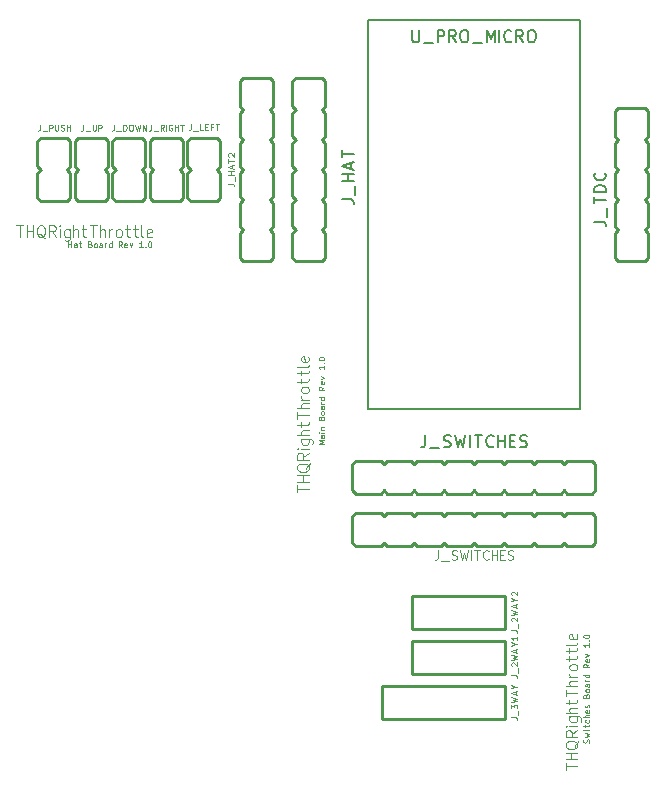
<source format=gbr>
G04 --- HEADER BEGIN --- *
G04 #@! TF.GenerationSoftware,LibrePCB,LibrePCB,0.1.7*
G04 #@! TF.CreationDate,2023-06-03T19:29:22*
G04 #@! TF.ProjectId,THQRightThrottle,1801acc5-9244-403a-a77d-ebbcc31c52c0,v1*
G04 #@! TF.Part,Single*
G04 #@! TF.SameCoordinates*
G04 #@! TF.FileFunction,Legend,Top*
G04 #@! TF.FilePolarity,Positive*
%FSLAX66Y66*%
%MOMM*%
G01*
G75*
G04 --- HEADER END --- *
G04 --- APERTURE LIST BEGIN --- *
%ADD10C,0.25*%
%ADD11C,0.2*%
%ADD12C,0.1*%
%ADD13R,2.39X1.787*%
%ADD14O,2.39X1.787*%
%ADD15O,1.787X2.39*%
%ADD16R,1.787X2.39*%
%ADD17C,2.2*%
G04 --- APERTURE LIST END --- *
G04 --- BOARD BEGIN --- *
D10*
G04 #@! TO.C,J_HAT*
X-12575000Y9380000D02*
X-12575000Y7255000D01*
X-12845000Y6985000D01*
X-12575000Y6715000D01*
X-12575000Y4715000D01*
X-12845000Y4445000D01*
X-12575000Y4175000D01*
X-12575000Y2175000D01*
X-12845000Y1905000D01*
X-12575000Y1635000D01*
X-12575000Y-365000D01*
X-12845000Y-635000D01*
X-12575000Y-905000D01*
X-12575000Y-2905000D01*
X-12845000Y-3175000D01*
X-12575000Y-3445000D01*
X-12575000Y-5570000D01*
X-12845000Y-5840000D01*
X-15095000Y-5840000D01*
X-15365000Y-5570000D01*
X-15365000Y-3445000D01*
X-15095000Y-3175000D01*
X-15365000Y-2905000D01*
X-15365000Y-905000D01*
X-15095000Y-635000D01*
X-15365000Y-365000D01*
X-15365000Y1635000D01*
X-15095000Y1905000D01*
X-15365000Y2175000D01*
X-15365000Y4175000D01*
X-15095000Y4445000D01*
X-15365000Y4715000D01*
X-15365000Y6715000D01*
X-15095000Y6985000D01*
X-15365000Y7255000D01*
X-15365000Y9380000D01*
X-15095000Y9650000D01*
X-12845000Y9650000D01*
X-12575000Y9380000D01*
G04 #@! TO.C,J_2WAY2*
X2665000Y-34165000D02*
X2665000Y-36955000D01*
X-5205000Y-36955000D01*
X-5205000Y-34165000D01*
X2665000Y-34165000D01*
G04 #@! TO.C,J_TDC*
X11940000Y-5570000D02*
X11940000Y-3445000D01*
X12210000Y-3175000D01*
X11940000Y-2905000D01*
X11940000Y-905000D01*
X12210000Y-635000D01*
X11940000Y-365000D01*
X11940000Y1635000D01*
X12210000Y1905000D01*
X11940000Y2175000D01*
X11940000Y4175000D01*
X12210000Y4445000D01*
X11940000Y4715000D01*
X11940000Y6840000D01*
X12210000Y7110000D01*
X14460000Y7110000D01*
X14730000Y6840000D01*
X14730000Y4715000D01*
X14460000Y4445000D01*
X14730000Y4175000D01*
X14730000Y2175000D01*
X14460000Y1905000D01*
X14730000Y1635000D01*
X14730000Y-365000D01*
X14460000Y-635000D01*
X14730000Y-905000D01*
X14730000Y-2905000D01*
X14460000Y-3175000D01*
X14730000Y-3445000D01*
X14730000Y-5570000D01*
X14460000Y-5840000D01*
X12210000Y-5840000D01*
X11940000Y-5570000D01*
G04 #@! TO.C,J_3WAY*
X2665000Y-41785000D02*
X2665000Y-44575000D01*
X-7745000Y-44575000D01*
X-7745000Y-41785000D01*
X2665000Y-41785000D01*
G04 #@! TO.C,J_PUSH*
X-36955000Y-490000D02*
X-36955000Y1635000D01*
X-36685000Y1905000D01*
X-36955000Y2175000D01*
X-36955000Y4300000D01*
X-36685000Y4570000D01*
X-34435000Y4570000D01*
X-34165000Y4300000D01*
X-34165000Y2175000D01*
X-34435000Y1905000D01*
X-34165000Y1635000D01*
X-34165000Y-490000D01*
X-34435000Y-760000D01*
X-36685000Y-760000D01*
X-36955000Y-490000D01*
G04 #@! TO.C,J_DOWN*
X-30605000Y-490000D02*
X-30605000Y1635000D01*
X-30335000Y1905000D01*
X-30605000Y2175000D01*
X-30605000Y4300000D01*
X-30335000Y4570000D01*
X-28085000Y4570000D01*
X-27815000Y4300000D01*
X-27815000Y2175000D01*
X-28085000Y1905000D01*
X-27815000Y1635000D01*
X-27815000Y-490000D01*
X-28085000Y-760000D01*
X-30335000Y-760000D01*
X-30605000Y-490000D01*
G04 #@! TO.C,J_LEFT*
X-24255000Y-490000D02*
X-24255000Y1635000D01*
X-23985000Y1905000D01*
X-24255000Y2175000D01*
X-24255000Y4300000D01*
X-23985000Y4570000D01*
X-21735000Y4570000D01*
X-21465000Y4300000D01*
X-21465000Y2175000D01*
X-21735000Y1905000D01*
X-21465000Y1635000D01*
X-21465000Y-490000D01*
X-21735000Y-760000D01*
X-23985000Y-760000D01*
X-24255000Y-490000D01*
D11*
G04 #@! TO.C,U_PRO_MICRO*
X-8950000Y14595000D02*
X8950000Y14595000D01*
X8950000Y-18405000D01*
X-8950000Y-18405000D01*
X-8950000Y14595000D01*
D10*
G04 #@! TO.C,J_2WAY1*
X2665000Y-37975000D02*
X2665000Y-40765000D01*
X-5205000Y-40765000D01*
X-5205000Y-37975000D01*
X2665000Y-37975000D01*
G04 #@! TO.C,J_RIGHT*
X-27430000Y-490000D02*
X-27430000Y1635000D01*
X-27160000Y1905000D01*
X-27430000Y2175000D01*
X-27430000Y4300000D01*
X-27160000Y4570000D01*
X-24910000Y4570000D01*
X-24640000Y4300000D01*
X-24640000Y2175000D01*
X-24910000Y1905000D01*
X-24640000Y1635000D01*
X-24640000Y-490000D01*
X-24910000Y-760000D01*
X-27160000Y-760000D01*
X-27430000Y-490000D01*
G04 #@! TO.C,J_UP*
X-33780000Y-490000D02*
X-33780000Y1635000D01*
X-33510000Y1905000D01*
X-33780000Y2175000D01*
X-33780000Y4300000D01*
X-33510000Y4570000D01*
X-31260000Y4570000D01*
X-30990000Y4300000D01*
X-30990000Y2175000D01*
X-31260000Y1905000D01*
X-30990000Y1635000D01*
X-30990000Y-490000D01*
X-31260000Y-760000D01*
X-33510000Y-760000D01*
X-33780000Y-490000D01*
G04 #@! TO.C,J_SWITCHES2*
X10015000Y-29970000D02*
X7890000Y-29970000D01*
X7620000Y-29700000D01*
X7350000Y-29970000D01*
X5350000Y-29970000D01*
X5080000Y-29700000D01*
X4810000Y-29970000D01*
X2810000Y-29970000D01*
X2540000Y-29700000D01*
X2270000Y-29970000D01*
X270000Y-29970000D01*
X0Y-29700000D01*
X-270000Y-29970000D01*
X-2270000Y-29970000D01*
X-2540000Y-29700000D01*
X-2810000Y-29970000D01*
X-4810000Y-29970000D01*
X-5080000Y-29700000D01*
X-5350000Y-29970000D01*
X-7350000Y-29970000D01*
X-7620000Y-29700000D01*
X-7890000Y-29970000D01*
X-10015000Y-29970000D01*
X-10285000Y-29700000D01*
X-10285000Y-27450000D01*
X-10015000Y-27180000D01*
X-7890000Y-27180000D01*
X-7620000Y-27450000D01*
X-7350000Y-27180000D01*
X-5350000Y-27180000D01*
X-5080000Y-27450000D01*
X-4810000Y-27180000D01*
X-2810000Y-27180000D01*
X-2540000Y-27450000D01*
X-2270000Y-27180000D01*
X-270000Y-27180000D01*
X0Y-27450000D01*
X270000Y-27180000D01*
X2270000Y-27180000D01*
X2540000Y-27450000D01*
X2810000Y-27180000D01*
X4810000Y-27180000D01*
X5080000Y-27450000D01*
X5350000Y-27180000D01*
X7350000Y-27180000D01*
X7620000Y-27450000D01*
X7890000Y-27180000D01*
X10015000Y-27180000D01*
X10285000Y-27450000D01*
X10285000Y-29700000D01*
X10015000Y-29970000D01*
G04 #@! TO.C,J_SWITCHES*
X10015000Y-25525000D02*
X7890000Y-25525000D01*
X7620000Y-25255000D01*
X7350000Y-25525000D01*
X5350000Y-25525000D01*
X5080000Y-25255000D01*
X4810000Y-25525000D01*
X2810000Y-25525000D01*
X2540000Y-25255000D01*
X2270000Y-25525000D01*
X270000Y-25525000D01*
X0Y-25255000D01*
X-270000Y-25525000D01*
X-2270000Y-25525000D01*
X-2540000Y-25255000D01*
X-2810000Y-25525000D01*
X-4810000Y-25525000D01*
X-5080000Y-25255000D01*
X-5350000Y-25525000D01*
X-7350000Y-25525000D01*
X-7620000Y-25255000D01*
X-7890000Y-25525000D01*
X-10015000Y-25525000D01*
X-10285000Y-25255000D01*
X-10285000Y-23005000D01*
X-10015000Y-22735000D01*
X-7890000Y-22735000D01*
X-7620000Y-23005000D01*
X-7350000Y-22735000D01*
X-5350000Y-22735000D01*
X-5080000Y-23005000D01*
X-4810000Y-22735000D01*
X-2810000Y-22735000D01*
X-2540000Y-23005000D01*
X-2270000Y-22735000D01*
X-270000Y-22735000D01*
X0Y-23005000D01*
X270000Y-22735000D01*
X2270000Y-22735000D01*
X2540000Y-23005000D01*
X2810000Y-22735000D01*
X4810000Y-22735000D01*
X5080000Y-23005000D01*
X5350000Y-22735000D01*
X7350000Y-22735000D01*
X7620000Y-23005000D01*
X7890000Y-22735000D01*
X10015000Y-22735000D01*
X10285000Y-23005000D01*
X10285000Y-25255000D01*
X10015000Y-25525000D01*
G04 #@! TO.C,J_HAT2*
X-17020000Y9380000D02*
X-17020000Y7255000D01*
X-17290000Y6985000D01*
X-17020000Y6715000D01*
X-17020000Y4715000D01*
X-17290000Y4445000D01*
X-17020000Y4175000D01*
X-17020000Y2175000D01*
X-17290000Y1905000D01*
X-17020000Y1635000D01*
X-17020000Y-365000D01*
X-17290000Y-635000D01*
X-17020000Y-905000D01*
X-17020000Y-2905000D01*
X-17290000Y-3175000D01*
X-17020000Y-3445000D01*
X-17020000Y-5570000D01*
X-17290000Y-5840000D01*
X-19540000Y-5840000D01*
X-19810000Y-5570000D01*
X-19810000Y-3445000D01*
X-19540000Y-3175000D01*
X-19810000Y-2905000D01*
X-19810000Y-905000D01*
X-19540000Y-635000D01*
X-19810000Y-365000D01*
X-19810000Y1635000D01*
X-19540000Y1905000D01*
X-19810000Y2175000D01*
X-19810000Y4175000D01*
X-19540000Y4445000D01*
X-19810000Y4715000D01*
X-19810000Y6715000D01*
X-19540000Y6985000D01*
X-19810000Y7255000D01*
X-19810000Y9380000D01*
X-19540000Y9650000D01*
X-17290000Y9650000D01*
X-17020000Y9380000D01*
D11*
G04 #@! TO.C,J_HAT*
X-11160000Y-625000D02*
X-10445556Y-625000D01*
X-10303333Y-672778D01*
X-10207778Y-768333D01*
X-10160000Y-910555D01*
X-10160000Y-1006111D01*
X-10064444Y-225000D02*
X-10064444Y537222D01*
X-10160000Y937222D02*
X-11160000Y937222D01*
X-10683333Y937222D02*
X-10683333Y1508333D01*
X-10160000Y1508333D02*
X-11160000Y1508333D01*
X-10445556Y2003889D02*
X-10445556Y2479444D01*
X-10160000Y1908333D02*
X-11160000Y2241666D01*
X-10160000Y2575000D01*
X-11160000Y2975000D02*
X-11160000Y3546111D01*
X-10160000Y3260556D02*
X-11160000Y3260556D01*
D12*
G04 #@! TO.C,J_2WAY2*
X3175000Y-37112221D02*
X3532222Y-37112221D01*
X3603333Y-37136110D01*
X3651111Y-37183888D01*
X3675000Y-37254999D01*
X3675000Y-37302777D01*
X3722778Y-36912221D02*
X3722778Y-36531110D01*
X3222778Y-36307221D02*
X3198889Y-36283332D01*
X3175000Y-36236110D01*
X3175000Y-36116666D01*
X3198889Y-36069443D01*
X3222778Y-36045554D01*
X3270000Y-36021666D01*
X3317778Y-36021666D01*
X3389444Y-36045554D01*
X3675000Y-36331110D01*
X3675000Y-36021666D01*
X3175000Y-35821666D02*
X3675000Y-35702777D01*
X3317778Y-35607222D01*
X3675000Y-35512222D01*
X3175000Y-35393333D01*
X3532222Y-35145555D02*
X3532222Y-34907777D01*
X3675000Y-35193333D02*
X3175000Y-35026666D01*
X3675000Y-34860000D01*
X3436667Y-34493333D02*
X3675000Y-34493333D01*
X3175000Y-34660000D02*
X3436667Y-34493333D01*
X3175000Y-34326667D01*
X3222778Y-34102778D02*
X3198889Y-34078889D01*
X3175000Y-34031667D01*
X3175000Y-33912223D01*
X3198889Y-33865000D01*
X3222778Y-33841111D01*
X3270000Y-33817223D01*
X3317778Y-33817223D01*
X3389444Y-33841111D01*
X3675000Y-34126667D01*
X3675000Y-33817223D01*
D11*
G04 #@! TO.C,J_TDC*
X10160000Y-2506111D02*
X10874444Y-2506111D01*
X11016667Y-2553889D01*
X11112222Y-2649444D01*
X11160000Y-2791666D01*
X11160000Y-2887222D01*
X11255556Y-2106111D02*
X11255556Y-1343889D01*
X10160000Y-943889D02*
X10160000Y-372778D01*
X11160000Y-658333D02*
X10160000Y-658333D01*
X11160000Y27222D02*
X10160000Y27222D01*
X10160000Y265000D01*
X10207778Y408333D01*
X10303333Y503889D01*
X10397778Y550555D01*
X10588889Y598333D01*
X10731111Y598333D01*
X10922222Y550555D01*
X11016667Y503889D01*
X11112222Y408333D01*
X11160000Y265000D01*
X11160000Y27222D01*
X11064444Y1617222D02*
X11112222Y1569444D01*
X11160000Y1427222D01*
X11160000Y1331666D01*
X11112222Y1188333D01*
X11016667Y1093889D01*
X10922222Y1046111D01*
X10731111Y998333D01*
X10588889Y998333D01*
X10397778Y1046111D01*
X10303333Y1093889D01*
X10207778Y1188333D01*
X10160000Y1331666D01*
X10160000Y1427222D01*
X10207778Y1569444D01*
X10255556Y1617222D01*
D12*
G04 #@! TO.C,J_3WAY*
X3175000Y-44477499D02*
X3532222Y-44477499D01*
X3603333Y-44501388D01*
X3651111Y-44549166D01*
X3675000Y-44620277D01*
X3675000Y-44668055D01*
X3722778Y-44277499D02*
X3722778Y-43896388D01*
X3175000Y-43696388D02*
X3175000Y-43386944D01*
X3365556Y-43553610D01*
X3365556Y-43481944D01*
X3389444Y-43434721D01*
X3413333Y-43410832D01*
X3460556Y-43386944D01*
X3580000Y-43386944D01*
X3627222Y-43410832D01*
X3651111Y-43434721D01*
X3675000Y-43481944D01*
X3675000Y-43624721D01*
X3651111Y-43672499D01*
X3627222Y-43696388D01*
X3175000Y-43186944D02*
X3675000Y-43068055D01*
X3317778Y-42972500D01*
X3675000Y-42877500D01*
X3175000Y-42758611D01*
X3532222Y-42510833D02*
X3532222Y-42273055D01*
X3675000Y-42558611D02*
X3175000Y-42391944D01*
X3675000Y-42225278D01*
X3436667Y-41858611D02*
X3675000Y-41858611D01*
X3175000Y-42025278D02*
X3436667Y-41858611D01*
X3175000Y-41691945D01*
G04 #@! TO.C,J_PUSH*
X-36726389Y5715000D02*
X-36726389Y5357778D01*
X-36750278Y5286667D01*
X-36798056Y5238889D01*
X-36869167Y5215000D01*
X-36916945Y5215000D01*
X-36526389Y5167222D02*
X-36145278Y5167222D01*
X-35945278Y5215000D02*
X-35945278Y5715000D01*
X-35754722Y5715000D01*
X-35706945Y5691111D01*
X-35683611Y5667222D01*
X-35659722Y5620000D01*
X-35659722Y5548333D01*
X-35683611Y5500556D01*
X-35706945Y5476667D01*
X-35754722Y5453333D01*
X-35945278Y5453333D01*
X-35459722Y5715000D02*
X-35459722Y5310000D01*
X-35435833Y5262778D01*
X-35411944Y5238889D01*
X-35364722Y5215000D01*
X-35269166Y5215000D01*
X-35221389Y5238889D01*
X-35198055Y5262778D01*
X-35174166Y5310000D01*
X-35174166Y5715000D01*
X-34974166Y5238889D02*
X-34902499Y5215000D01*
X-34783610Y5215000D01*
X-34735833Y5238889D01*
X-34712499Y5262778D01*
X-34688610Y5310000D01*
X-34688610Y5357778D01*
X-34712499Y5405556D01*
X-34735833Y5429444D01*
X-34783610Y5453333D01*
X-34879166Y5476667D01*
X-34926388Y5500556D01*
X-34950277Y5524444D01*
X-34974166Y5572222D01*
X-34974166Y5620000D01*
X-34950277Y5667222D01*
X-34926388Y5691111D01*
X-34879166Y5715000D01*
X-34759722Y5715000D01*
X-34688610Y5691111D01*
X-34488610Y5215000D02*
X-34488610Y5715000D01*
X-34488610Y5476667D02*
X-34203054Y5476667D01*
X-34203054Y5215000D02*
X-34203054Y5715000D01*
G04 #@! TO.C,J_DOWN*
X-30471666Y5715000D02*
X-30471666Y5357778D01*
X-30495555Y5286667D01*
X-30543333Y5238889D01*
X-30614444Y5215000D01*
X-30662222Y5215000D01*
X-30271666Y5167222D02*
X-29890555Y5167222D01*
X-29690555Y5215000D02*
X-29690555Y5715000D01*
X-29571666Y5715000D01*
X-29499999Y5691111D01*
X-29452222Y5643333D01*
X-29428888Y5596111D01*
X-29404999Y5500556D01*
X-29404999Y5429444D01*
X-29428888Y5333889D01*
X-29452222Y5286667D01*
X-29499999Y5238889D01*
X-29571666Y5215000D01*
X-29690555Y5215000D01*
X-29086110Y5715000D02*
X-28990555Y5715000D01*
X-28943332Y5691111D01*
X-28895555Y5643333D01*
X-28871666Y5548333D01*
X-28871666Y5381667D01*
X-28895555Y5286667D01*
X-28943332Y5238889D01*
X-28990555Y5215000D01*
X-29086110Y5215000D01*
X-29133332Y5238889D01*
X-29181110Y5286667D01*
X-29204999Y5381667D01*
X-29204999Y5548333D01*
X-29181110Y5643333D01*
X-29133332Y5691111D01*
X-29086110Y5715000D01*
X-28671666Y5715000D02*
X-28552777Y5215000D01*
X-28457222Y5572222D01*
X-28362222Y5215000D01*
X-28243333Y5715000D01*
X-28043333Y5215000D02*
X-28043333Y5715000D01*
X-27757777Y5215000D01*
X-27757777Y5715000D01*
G04 #@! TO.C,J_LEFT*
X-23955555Y5730000D02*
X-23955555Y5372778D01*
X-23979444Y5301667D01*
X-24027222Y5253889D01*
X-24098333Y5230000D01*
X-24146111Y5230000D01*
X-23755555Y5182222D02*
X-23374444Y5182222D01*
X-22936111Y5230000D02*
X-23174444Y5230000D01*
X-23174444Y5730000D01*
X-22736111Y5491667D02*
X-22569444Y5491667D01*
X-22497778Y5230000D02*
X-22736111Y5230000D01*
X-22736111Y5730000D01*
X-22497778Y5730000D01*
X-22131111Y5491667D02*
X-22297778Y5491667D01*
X-22297778Y5230000D02*
X-22297778Y5730000D01*
X-22059445Y5730000D01*
X-21859445Y5730000D02*
X-21573889Y5730000D01*
X-21716667Y5230000D02*
X-21716667Y5730000D01*
D11*
G04 #@! TO.C,U_PRO_MICRO*
X-5213889Y13700000D02*
X-5213889Y12890000D01*
X-5166111Y12795556D01*
X-5118333Y12747778D01*
X-5023889Y12700000D01*
X-4832778Y12700000D01*
X-4737222Y12747778D01*
X-4690556Y12795556D01*
X-4642778Y12890000D01*
X-4642778Y13700000D01*
X-4242778Y12604444D02*
X-3480556Y12604444D01*
X-3080556Y12700000D02*
X-3080556Y13700000D01*
X-2699445Y13700000D01*
X-2603889Y13652222D01*
X-2557223Y13604444D01*
X-2509445Y13510000D01*
X-2509445Y13366667D01*
X-2557223Y13271111D01*
X-2603889Y13223333D01*
X-2699445Y13176667D01*
X-3080556Y13176667D01*
X-1538334Y12700000D02*
X-1871667Y13176667D01*
X-2109445Y12700000D02*
X-2109445Y13700000D01*
X-1728334Y13700000D01*
X-1632778Y13652222D01*
X-1586112Y13604444D01*
X-1538334Y13510000D01*
X-1538334Y13366667D01*
X-1586112Y13271111D01*
X-1632778Y13223333D01*
X-1728334Y13176667D01*
X-2109445Y13176667D01*
X-900556Y13700000D02*
X-709445Y13700000D01*
X-615001Y13652222D01*
X-519445Y13556667D01*
X-471667Y13366667D01*
X-471667Y13033333D01*
X-519445Y12843333D01*
X-615001Y12747778D01*
X-709445Y12700000D01*
X-900556Y12700000D01*
X-995001Y12747778D01*
X-1090556Y12843333D01*
X-1138334Y13033333D01*
X-1138334Y13366667D01*
X-1090556Y13556667D01*
X-995001Y13652222D01*
X-900556Y13700000D01*
X-71667Y12604444D02*
X690555Y12604444D01*
X1090555Y12700000D02*
X1090555Y13700000D01*
X1423888Y12985556D01*
X1757222Y13700000D01*
X1757222Y12700000D01*
X2157222Y12700000D02*
X2157222Y13700000D01*
X3176111Y12795556D02*
X3128333Y12747778D01*
X2986111Y12700000D01*
X2890555Y12700000D01*
X2747222Y12747778D01*
X2652778Y12843333D01*
X2605000Y12937778D01*
X2557222Y13128889D01*
X2557222Y13271111D01*
X2605000Y13462222D01*
X2652778Y13556667D01*
X2747222Y13652222D01*
X2890555Y13700000D01*
X2986111Y13700000D01*
X3128333Y13652222D01*
X3176111Y13604444D01*
X4147222Y12700000D02*
X3813889Y13176667D01*
X3576111Y12700000D02*
X3576111Y13700000D01*
X3957222Y13700000D01*
X4052778Y13652222D01*
X4099444Y13604444D01*
X4147222Y13510000D01*
X4147222Y13366667D01*
X4099444Y13271111D01*
X4052778Y13223333D01*
X3957222Y13176667D01*
X3576111Y13176667D01*
X4785000Y13700000D02*
X4976111Y13700000D01*
X5070555Y13652222D01*
X5166111Y13556667D01*
X5213889Y13366667D01*
X5213889Y13033333D01*
X5166111Y12843333D01*
X5070555Y12747778D01*
X4976111Y12700000D01*
X4785000Y12700000D01*
X4690555Y12747778D01*
X4595000Y12843333D01*
X4547222Y13033333D01*
X4547222Y13366667D01*
X4595000Y13556667D01*
X4690555Y13652222D01*
X4785000Y13700000D01*
D12*
G04 #@! TO.C,J_2WAY1*
X3175000Y-40910277D02*
X3532222Y-40910277D01*
X3603333Y-40934166D01*
X3651111Y-40981944D01*
X3675000Y-41053055D01*
X3675000Y-41100833D01*
X3722778Y-40710277D02*
X3722778Y-40329166D01*
X3222778Y-40105277D02*
X3198889Y-40081388D01*
X3175000Y-40034166D01*
X3175000Y-39914722D01*
X3198889Y-39867499D01*
X3222778Y-39843610D01*
X3270000Y-39819722D01*
X3317778Y-39819722D01*
X3389444Y-39843610D01*
X3675000Y-40129166D01*
X3675000Y-39819722D01*
X3175000Y-39619722D02*
X3675000Y-39500833D01*
X3317778Y-39405278D01*
X3675000Y-39310278D01*
X3175000Y-39191389D01*
X3532222Y-38943611D02*
X3532222Y-38705833D01*
X3675000Y-38991389D02*
X3175000Y-38824722D01*
X3675000Y-38658056D01*
X3436667Y-38291389D02*
X3675000Y-38291389D01*
X3175000Y-38458056D02*
X3436667Y-38291389D01*
X3175000Y-38124723D01*
X3675000Y-37639167D02*
X3675000Y-37924723D01*
X3675000Y-37781945D02*
X3175000Y-37781945D01*
X3246667Y-37829723D01*
X3293889Y-37876945D01*
X3317778Y-37924723D01*
G04 #@! TO.C,J_RIGHT*
X-27313333Y5715000D02*
X-27313333Y5357778D01*
X-27337222Y5286667D01*
X-27385000Y5238889D01*
X-27456111Y5215000D01*
X-27503889Y5215000D01*
X-27113333Y5167222D02*
X-26732222Y5167222D01*
X-26246666Y5215000D02*
X-26413333Y5453333D01*
X-26532222Y5215000D02*
X-26532222Y5715000D01*
X-26341666Y5715000D01*
X-26293889Y5691111D01*
X-26270555Y5667222D01*
X-26246666Y5620000D01*
X-26246666Y5548333D01*
X-26270555Y5500556D01*
X-26293889Y5476667D01*
X-26341666Y5453333D01*
X-26532222Y5453333D01*
X-26046666Y5215000D02*
X-26046666Y5715000D01*
X-25561110Y5691111D02*
X-25608333Y5715000D01*
X-25679999Y5715000D01*
X-25751666Y5691111D01*
X-25798888Y5643333D01*
X-25822777Y5596111D01*
X-25846666Y5500556D01*
X-25846666Y5429444D01*
X-25822777Y5333889D01*
X-25798888Y5286667D01*
X-25751666Y5238889D01*
X-25679999Y5215000D01*
X-25632222Y5215000D01*
X-25561110Y5238889D01*
X-25537222Y5262778D01*
X-25537222Y5429444D01*
X-25632222Y5429444D01*
X-25337222Y5215000D02*
X-25337222Y5715000D01*
X-25337222Y5476667D02*
X-25051666Y5476667D01*
X-25051666Y5215000D02*
X-25051666Y5715000D01*
X-24851666Y5715000D02*
X-24566110Y5715000D01*
X-24708888Y5215000D02*
X-24708888Y5715000D01*
G04 #@! TO.C,J_UP*
X-33065833Y5715000D02*
X-33065833Y5357778D01*
X-33089722Y5286667D01*
X-33137500Y5238889D01*
X-33208611Y5215000D01*
X-33256389Y5215000D01*
X-32865833Y5167222D02*
X-32484722Y5167222D01*
X-32284722Y5715000D02*
X-32284722Y5310000D01*
X-32260833Y5262778D01*
X-32236944Y5238889D01*
X-32189722Y5215000D01*
X-32094166Y5215000D01*
X-32046389Y5238889D01*
X-32023055Y5262778D01*
X-31999166Y5310000D01*
X-31999166Y5715000D01*
X-31799166Y5215000D02*
X-31799166Y5715000D01*
X-31608610Y5715000D01*
X-31560833Y5691111D01*
X-31537499Y5667222D01*
X-31513610Y5620000D01*
X-31513610Y5548333D01*
X-31537499Y5500556D01*
X-31560833Y5476667D01*
X-31608610Y5453333D01*
X-31799166Y5453333D01*
G04 #@! TO.C,J_SWITCHES2*
X-3017111Y-30315000D02*
X-3017111Y-30886556D01*
X-3055333Y-31000333D01*
X-3131778Y-31076778D01*
X-3245556Y-31115000D01*
X-3322000Y-31115000D01*
X-2757111Y-31191444D02*
X-2147333Y-31191444D01*
X-1887333Y-31076778D02*
X-1772666Y-31115000D01*
X-1582444Y-31115000D01*
X-1506000Y-31076778D01*
X-1468666Y-31038556D01*
X-1430444Y-30963000D01*
X-1430444Y-30886556D01*
X-1468666Y-30810111D01*
X-1506000Y-30771889D01*
X-1582444Y-30733667D01*
X-1735333Y-30696333D01*
X-1810889Y-30658111D01*
X-1849111Y-30619889D01*
X-1887333Y-30543444D01*
X-1887333Y-30467000D01*
X-1849111Y-30391444D01*
X-1810889Y-30353222D01*
X-1735333Y-30315000D01*
X-1544222Y-30315000D01*
X-1430444Y-30353222D01*
X-1170444Y-30315000D02*
X-980222Y-31115000D01*
X-827333Y-30543444D01*
X-675333Y-31115000D01*
X-485111Y-30315000D01*
X-225111Y-31115000D02*
X-225111Y-30315000D01*
X34889Y-30315000D02*
X491778Y-30315000D01*
X263333Y-31115000D02*
X263333Y-30315000D01*
X1246889Y-31038556D02*
X1208667Y-31076778D01*
X1094889Y-31115000D01*
X1018445Y-31115000D01*
X903778Y-31076778D01*
X828222Y-31000333D01*
X790000Y-30924778D01*
X751778Y-30771889D01*
X751778Y-30658111D01*
X790000Y-30505222D01*
X828222Y-30429667D01*
X903778Y-30353222D01*
X1018445Y-30315000D01*
X1094889Y-30315000D01*
X1208667Y-30353222D01*
X1246889Y-30391444D01*
X1506889Y-31115000D02*
X1506889Y-30315000D01*
X1506889Y-30696333D02*
X1963778Y-30696333D01*
X1963778Y-31115000D02*
X1963778Y-30315000D01*
X2223778Y-30696333D02*
X2490445Y-30696333D01*
X2605111Y-31115000D02*
X2223778Y-31115000D01*
X2223778Y-30315000D01*
X2605111Y-30315000D01*
X2865111Y-31076778D02*
X2979778Y-31115000D01*
X3170000Y-31115000D01*
X3246444Y-31076778D01*
X3283778Y-31038556D01*
X3322000Y-30963000D01*
X3322000Y-30886556D01*
X3283778Y-30810111D01*
X3246444Y-30771889D01*
X3170000Y-30733667D01*
X3017111Y-30696333D01*
X2941555Y-30658111D01*
X2903333Y-30619889D01*
X2865111Y-30543444D01*
X2865111Y-30467000D01*
X2903333Y-30391444D01*
X2941555Y-30353222D01*
X3017111Y-30315000D01*
X3208222Y-30315000D01*
X3322000Y-30353222D01*
D11*
G04 #@! TO.C,J_SWITCHES*
X-4108889Y-20590000D02*
X-4108889Y-21304444D01*
X-4156667Y-21446667D01*
X-4252222Y-21542222D01*
X-4394444Y-21590000D01*
X-4490000Y-21590000D01*
X-3708889Y-21685556D02*
X-2946667Y-21685556D01*
X-2546667Y-21542222D02*
X-2403334Y-21590000D01*
X-2165556Y-21590000D01*
X-2070000Y-21542222D01*
X-2023334Y-21494444D01*
X-1975556Y-21400000D01*
X-1975556Y-21304444D01*
X-2023334Y-21208889D01*
X-2070000Y-21161111D01*
X-2165556Y-21113333D01*
X-2356667Y-21066667D01*
X-2451111Y-21018889D01*
X-2498889Y-20971111D01*
X-2546667Y-20875556D01*
X-2546667Y-20780000D01*
X-2498889Y-20685556D01*
X-2451111Y-20637778D01*
X-2356667Y-20590000D01*
X-2117778Y-20590000D01*
X-1975556Y-20637778D01*
X-1575556Y-20590000D02*
X-1337778Y-21590000D01*
X-1146667Y-20875556D01*
X-956667Y-21590000D01*
X-718889Y-20590000D01*
X-318889Y-21590000D02*
X-318889Y-20590000D01*
X81111Y-20590000D02*
X652222Y-20590000D01*
X366667Y-21590000D02*
X366667Y-20590000D01*
X1671111Y-21494444D02*
X1623333Y-21542222D01*
X1481111Y-21590000D01*
X1385555Y-21590000D01*
X1242222Y-21542222D01*
X1147778Y-21446667D01*
X1100000Y-21352222D01*
X1052222Y-21161111D01*
X1052222Y-21018889D01*
X1100000Y-20827778D01*
X1147778Y-20733333D01*
X1242222Y-20637778D01*
X1385555Y-20590000D01*
X1481111Y-20590000D01*
X1623333Y-20637778D01*
X1671111Y-20685556D01*
X2071111Y-21590000D02*
X2071111Y-20590000D01*
X2071111Y-21066667D02*
X2642222Y-21066667D01*
X2642222Y-21590000D02*
X2642222Y-20590000D01*
X3042222Y-21066667D02*
X3375555Y-21066667D01*
X3518889Y-21590000D02*
X3042222Y-21590000D01*
X3042222Y-20590000D01*
X3518889Y-20590000D01*
X3918889Y-21542222D02*
X4062222Y-21590000D01*
X4300000Y-21590000D01*
X4395556Y-21542222D01*
X4442222Y-21494444D01*
X4490000Y-21400000D01*
X4490000Y-21304444D01*
X4442222Y-21208889D01*
X4395556Y-21161111D01*
X4300000Y-21113333D01*
X4108889Y-21066667D01*
X4014445Y-21018889D01*
X3966667Y-20971111D01*
X3918889Y-20875556D01*
X3918889Y-20780000D01*
X3966667Y-20685556D01*
X4014445Y-20637778D01*
X4108889Y-20590000D01*
X4347778Y-20590000D01*
X4490000Y-20637778D01*
D12*
G04 #@! TO.C,J_HAT2*
X-20820000Y702778D02*
X-20462778Y702778D01*
X-20391667Y678889D01*
X-20343889Y631111D01*
X-20320000Y560000D01*
X-20320000Y512222D01*
X-20272222Y902778D02*
X-20272222Y1283889D01*
X-20320000Y1483889D02*
X-20820000Y1483889D01*
X-20581667Y1483889D02*
X-20581667Y1769445D01*
X-20320000Y1769445D02*
X-20820000Y1769445D01*
X-20462778Y2017223D02*
X-20462778Y2255001D01*
X-20320000Y1969445D02*
X-20820000Y2136112D01*
X-20320000Y2302778D01*
X-20820000Y2502778D02*
X-20820000Y2788334D01*
X-20320000Y2645556D02*
X-20820000Y2645556D01*
X-20772222Y3012223D02*
X-20796111Y3036112D01*
X-20820000Y3083334D01*
X-20820000Y3202778D01*
X-20796111Y3250001D01*
X-20772222Y3273890D01*
X-20725000Y3297778D01*
X-20677222Y3297778D01*
X-20605556Y3273890D01*
X-20320000Y2988334D01*
X-20320000Y3297778D01*
G04 #@! TD*
X7755000Y-48895000D02*
X7755000Y-48323889D01*
X8755000Y-48609444D02*
X7755000Y-48609444D01*
X8755000Y-48023889D02*
X7755000Y-48023889D01*
X8231667Y-48023889D02*
X8231667Y-47452778D01*
X8755000Y-47452778D02*
X7755000Y-47452778D01*
X8850556Y-46438334D02*
X8802778Y-46533889D01*
X8707222Y-46629445D01*
X8565000Y-46771667D01*
X8517222Y-46867222D01*
X8517222Y-46962778D01*
X8755000Y-46915000D02*
X8707222Y-47009445D01*
X8611667Y-47105000D01*
X8421667Y-47152778D01*
X8088333Y-47152778D01*
X7898333Y-47105000D01*
X7802778Y-47009445D01*
X7755000Y-46915000D01*
X7755000Y-46723889D01*
X7802778Y-46629445D01*
X7898333Y-46533889D01*
X8088333Y-46486111D01*
X8421667Y-46486111D01*
X8611667Y-46533889D01*
X8707222Y-46629445D01*
X8755000Y-46723889D01*
X8755000Y-46915000D01*
X8755000Y-45567223D02*
X8278333Y-45900556D01*
X8755000Y-46138334D02*
X7755000Y-46138334D01*
X7755000Y-45757223D01*
X7802778Y-45661667D01*
X7850556Y-45615001D01*
X7945000Y-45567223D01*
X8088333Y-45567223D01*
X8183889Y-45615001D01*
X8231667Y-45661667D01*
X8278333Y-45757223D01*
X8278333Y-46138334D01*
X8755000Y-45219445D02*
X8088333Y-45219445D01*
X7755000Y-45219445D02*
X7802778Y-45267223D01*
X7850556Y-45219445D01*
X7802778Y-45171667D01*
X7755000Y-45219445D01*
X7850556Y-45219445D01*
X8088333Y-44395000D02*
X8898333Y-44395000D01*
X8992778Y-44442778D01*
X9040556Y-44490556D01*
X9088333Y-44586111D01*
X9088333Y-44728334D01*
X9040556Y-44823889D01*
X8707222Y-44395000D02*
X8755000Y-44490556D01*
X8755000Y-44681667D01*
X8707222Y-44776111D01*
X8659444Y-44823889D01*
X8565000Y-44871667D01*
X8278333Y-44871667D01*
X8183889Y-44823889D01*
X8136111Y-44776111D01*
X8088333Y-44681667D01*
X8088333Y-44490556D01*
X8136111Y-44395000D01*
X8755000Y-44095000D02*
X7755000Y-44095000D01*
X8755000Y-43666111D02*
X8231667Y-43666111D01*
X8136111Y-43713889D01*
X8088333Y-43809444D01*
X8088333Y-43951667D01*
X8136111Y-44047222D01*
X8183889Y-44095000D01*
X8088333Y-43366111D02*
X8088333Y-42985000D01*
X7755000Y-43222778D02*
X8611667Y-43222778D01*
X8707222Y-43176111D01*
X8755000Y-43080555D01*
X8755000Y-42985000D01*
X7755000Y-42685000D02*
X7755000Y-42113889D01*
X8755000Y-42399444D02*
X7755000Y-42399444D01*
X8755000Y-41813889D02*
X7755000Y-41813889D01*
X8755000Y-41385000D02*
X8231667Y-41385000D01*
X8136111Y-41432778D01*
X8088333Y-41528333D01*
X8088333Y-41670556D01*
X8136111Y-41766111D01*
X8183889Y-41813889D01*
X8755000Y-41085000D02*
X8088333Y-41085000D01*
X8278333Y-41085000D02*
X8183889Y-41037222D01*
X8136111Y-40989444D01*
X8088333Y-40895000D01*
X8088333Y-40799444D01*
X8755000Y-40309444D02*
X8707222Y-40403888D01*
X8659444Y-40451666D01*
X8565000Y-40499444D01*
X8278333Y-40499444D01*
X8183889Y-40451666D01*
X8136111Y-40403888D01*
X8088333Y-40309444D01*
X8088333Y-40166111D01*
X8136111Y-40070555D01*
X8183889Y-40022777D01*
X8278333Y-39976111D01*
X8565000Y-39976111D01*
X8659444Y-40022777D01*
X8707222Y-40070555D01*
X8755000Y-40166111D01*
X8755000Y-40309444D01*
X8088333Y-39676111D02*
X8088333Y-39295000D01*
X7755000Y-39532778D02*
X8611667Y-39532778D01*
X8707222Y-39486111D01*
X8755000Y-39390555D01*
X8755000Y-39295000D01*
X8088333Y-38995000D02*
X8088333Y-38613889D01*
X7755000Y-38851667D02*
X8611667Y-38851667D01*
X8707222Y-38805000D01*
X8755000Y-38709444D01*
X8755000Y-38613889D01*
X8755000Y-38170556D02*
X8707222Y-38266111D01*
X8611667Y-38313889D01*
X7755000Y-38313889D01*
X8707222Y-37441667D02*
X8755000Y-37537223D01*
X8755000Y-37727223D01*
X8707222Y-37822778D01*
X8611667Y-37870556D01*
X8231667Y-37870556D01*
X8136111Y-37822778D01*
X8088333Y-37727223D01*
X8088333Y-37537223D01*
X8136111Y-37441667D01*
X8231667Y-37393889D01*
X8326111Y-37393889D01*
X8421667Y-37870556D01*
X-12655000Y-21351664D02*
X-13155000Y-21351664D01*
X-12797778Y-21184997D01*
X-13155000Y-21018331D01*
X-12655000Y-21018331D01*
X-12655000Y-20579998D02*
X-12916667Y-20579998D01*
X-12964444Y-20603887D01*
X-12988333Y-20651664D01*
X-12988333Y-20746664D01*
X-12964444Y-20794442D01*
X-12678889Y-20579998D02*
X-12655000Y-20627775D01*
X-12655000Y-20746664D01*
X-12678889Y-20794442D01*
X-12726667Y-20818331D01*
X-12773889Y-20818331D01*
X-12821667Y-20794442D01*
X-12845556Y-20746664D01*
X-12845556Y-20627775D01*
X-12869444Y-20579998D01*
X-12655000Y-20356109D02*
X-12988333Y-20356109D01*
X-13155000Y-20356109D02*
X-13131111Y-20379998D01*
X-13107222Y-20356109D01*
X-13131111Y-20332220D01*
X-13155000Y-20356109D01*
X-13107222Y-20356109D01*
X-12988333Y-20132220D02*
X-12655000Y-20132220D01*
X-12940556Y-20132220D02*
X-12964444Y-20108331D01*
X-12988333Y-20060553D01*
X-12988333Y-19989442D01*
X-12964444Y-19941664D01*
X-12916667Y-19917776D01*
X-12655000Y-19917776D01*
X-12916667Y-19151110D02*
X-12893333Y-19079444D01*
X-12869444Y-19056110D01*
X-12821667Y-19032221D01*
X-12750000Y-19032221D01*
X-12702778Y-19056110D01*
X-12678889Y-19079444D01*
X-12655000Y-19127221D01*
X-12655000Y-19317777D01*
X-13155000Y-19317777D01*
X-13155000Y-19151110D01*
X-13131111Y-19103333D01*
X-13107222Y-19079444D01*
X-13060000Y-19056110D01*
X-13012222Y-19056110D01*
X-12964444Y-19079444D01*
X-12940556Y-19103333D01*
X-12916667Y-19151110D01*
X-12916667Y-19317777D01*
X-12655000Y-18737221D02*
X-12678889Y-18784443D01*
X-12702778Y-18808332D01*
X-12750000Y-18832221D01*
X-12893333Y-18832221D01*
X-12940556Y-18808332D01*
X-12964444Y-18784443D01*
X-12988333Y-18737221D01*
X-12988333Y-18665554D01*
X-12964444Y-18617777D01*
X-12940556Y-18593888D01*
X-12893333Y-18570554D01*
X-12750000Y-18570554D01*
X-12702778Y-18593888D01*
X-12678889Y-18617777D01*
X-12655000Y-18665554D01*
X-12655000Y-18737221D01*
X-12655000Y-18132221D02*
X-12916667Y-18132221D01*
X-12964444Y-18156110D01*
X-12988333Y-18203887D01*
X-12988333Y-18298887D01*
X-12964444Y-18346665D01*
X-12678889Y-18132221D02*
X-12655000Y-18179998D01*
X-12655000Y-18298887D01*
X-12678889Y-18346665D01*
X-12726667Y-18370554D01*
X-12773889Y-18370554D01*
X-12821667Y-18346665D01*
X-12845556Y-18298887D01*
X-12845556Y-18179998D01*
X-12869444Y-18132221D01*
X-12655000Y-17932221D02*
X-12988333Y-17932221D01*
X-12893333Y-17932221D02*
X-12940556Y-17908332D01*
X-12964444Y-17884443D01*
X-12988333Y-17837221D01*
X-12988333Y-17789443D01*
X-12655000Y-17351110D02*
X-13155000Y-17351110D01*
X-12678889Y-17351110D02*
X-12655000Y-17398887D01*
X-12655000Y-17494443D01*
X-12678889Y-17541665D01*
X-12702778Y-17565554D01*
X-12750000Y-17589443D01*
X-12893333Y-17589443D01*
X-12940556Y-17565554D01*
X-12964444Y-17541665D01*
X-12988333Y-17494443D01*
X-12988333Y-17398887D01*
X-12964444Y-17351110D01*
X-12655000Y-16465555D02*
X-12893333Y-16632222D01*
X-12655000Y-16751111D02*
X-13155000Y-16751111D01*
X-13155000Y-16560555D01*
X-13131111Y-16512778D01*
X-13107222Y-16489444D01*
X-13060000Y-16465555D01*
X-12988333Y-16465555D01*
X-12940556Y-16489444D01*
X-12916667Y-16512778D01*
X-12893333Y-16560555D01*
X-12893333Y-16751111D01*
X-12678889Y-16051111D02*
X-12655000Y-16098888D01*
X-12655000Y-16193888D01*
X-12678889Y-16241666D01*
X-12726667Y-16265555D01*
X-12916667Y-16265555D01*
X-12964444Y-16241666D01*
X-12988333Y-16193888D01*
X-12988333Y-16098888D01*
X-12964444Y-16051111D01*
X-12916667Y-16027222D01*
X-12869444Y-16027222D01*
X-12821667Y-16265555D01*
X-12988333Y-15827222D02*
X-12655000Y-15708333D01*
X-12988333Y-15588889D01*
X-12655000Y-14703334D02*
X-12655000Y-14988890D01*
X-12655000Y-14846112D02*
X-13155000Y-14846112D01*
X-13083333Y-14893890D01*
X-13036111Y-14941112D01*
X-13012222Y-14988890D01*
X-12702778Y-14479445D02*
X-12678889Y-14455556D01*
X-12655000Y-14479445D01*
X-12678889Y-14503334D01*
X-12702778Y-14479445D01*
X-12655000Y-14479445D01*
X-13155000Y-14136667D02*
X-13155000Y-14088889D01*
X-13131111Y-14041112D01*
X-13107222Y-14017223D01*
X-13060000Y-13993889D01*
X-12964444Y-13970000D01*
X-12845556Y-13970000D01*
X-12750000Y-13993889D01*
X-12702778Y-14017223D01*
X-12678889Y-14041112D01*
X-12655000Y-14088889D01*
X-12655000Y-14136667D01*
X-12678889Y-14183889D01*
X-12702778Y-14207778D01*
X-12750000Y-14231667D01*
X-12845556Y-14255556D01*
X-12964444Y-14255556D01*
X-13060000Y-14231667D01*
X-13107222Y-14207778D01*
X-13131111Y-14183889D01*
X-13155000Y-14136667D01*
X-34367221Y-4680000D02*
X-34367221Y-4180000D01*
X-34367221Y-4418333D02*
X-34081665Y-4418333D01*
X-34081665Y-4680000D02*
X-34081665Y-4180000D01*
X-33643332Y-4680000D02*
X-33643332Y-4418333D01*
X-33667221Y-4370556D01*
X-33714998Y-4346667D01*
X-33809998Y-4346667D01*
X-33857776Y-4370556D01*
X-33643332Y-4656111D02*
X-33691109Y-4680000D01*
X-33809998Y-4680000D01*
X-33857776Y-4656111D01*
X-33881665Y-4608333D01*
X-33881665Y-4561111D01*
X-33857776Y-4513333D01*
X-33809998Y-4489444D01*
X-33691109Y-4489444D01*
X-33643332Y-4465556D01*
X-33443332Y-4346667D02*
X-33252776Y-4346667D01*
X-33371665Y-4180000D02*
X-33371665Y-4608333D01*
X-33348332Y-4656111D01*
X-33300554Y-4680000D01*
X-33252776Y-4680000D01*
X-32486110Y-4418333D02*
X-32414444Y-4441667D01*
X-32391110Y-4465556D01*
X-32367221Y-4513333D01*
X-32367221Y-4585000D01*
X-32391110Y-4632222D01*
X-32414444Y-4656111D01*
X-32462221Y-4680000D01*
X-32652777Y-4680000D01*
X-32652777Y-4180000D01*
X-32486110Y-4180000D01*
X-32438333Y-4203889D01*
X-32414444Y-4227778D01*
X-32391110Y-4275000D01*
X-32391110Y-4322778D01*
X-32414444Y-4370556D01*
X-32438333Y-4394444D01*
X-32486110Y-4418333D01*
X-32652777Y-4418333D01*
X-32072221Y-4680000D02*
X-32119443Y-4656111D01*
X-32143332Y-4632222D01*
X-32167221Y-4585000D01*
X-32167221Y-4441667D01*
X-32143332Y-4394444D01*
X-32119443Y-4370556D01*
X-32072221Y-4346667D01*
X-32000554Y-4346667D01*
X-31952777Y-4370556D01*
X-31928888Y-4394444D01*
X-31905554Y-4441667D01*
X-31905554Y-4585000D01*
X-31928888Y-4632222D01*
X-31952777Y-4656111D01*
X-32000554Y-4680000D01*
X-32072221Y-4680000D01*
X-31467221Y-4680000D02*
X-31467221Y-4418333D01*
X-31491110Y-4370556D01*
X-31538887Y-4346667D01*
X-31633887Y-4346667D01*
X-31681665Y-4370556D01*
X-31467221Y-4656111D02*
X-31514998Y-4680000D01*
X-31633887Y-4680000D01*
X-31681665Y-4656111D01*
X-31705554Y-4608333D01*
X-31705554Y-4561111D01*
X-31681665Y-4513333D01*
X-31633887Y-4489444D01*
X-31514998Y-4489444D01*
X-31467221Y-4465556D01*
X-31267221Y-4680000D02*
X-31267221Y-4346667D01*
X-31267221Y-4441667D02*
X-31243332Y-4394444D01*
X-31219443Y-4370556D01*
X-31172221Y-4346667D01*
X-31124443Y-4346667D01*
X-30686110Y-4680000D02*
X-30686110Y-4180000D01*
X-30686110Y-4656111D02*
X-30733887Y-4680000D01*
X-30829443Y-4680000D01*
X-30876665Y-4656111D01*
X-30900554Y-4632222D01*
X-30924443Y-4585000D01*
X-30924443Y-4441667D01*
X-30900554Y-4394444D01*
X-30876665Y-4370556D01*
X-30829443Y-4346667D01*
X-30733887Y-4346667D01*
X-30686110Y-4370556D01*
X-29800555Y-4680000D02*
X-29967222Y-4441667D01*
X-30086111Y-4680000D02*
X-30086111Y-4180000D01*
X-29895555Y-4180000D01*
X-29847778Y-4203889D01*
X-29824444Y-4227778D01*
X-29800555Y-4275000D01*
X-29800555Y-4346667D01*
X-29824444Y-4394444D01*
X-29847778Y-4418333D01*
X-29895555Y-4441667D01*
X-30086111Y-4441667D01*
X-29386111Y-4656111D02*
X-29433888Y-4680000D01*
X-29528888Y-4680000D01*
X-29576666Y-4656111D01*
X-29600555Y-4608333D01*
X-29600555Y-4418333D01*
X-29576666Y-4370556D01*
X-29528888Y-4346667D01*
X-29433888Y-4346667D01*
X-29386111Y-4370556D01*
X-29362222Y-4418333D01*
X-29362222Y-4465556D01*
X-29600555Y-4513333D01*
X-29162222Y-4346667D02*
X-29043333Y-4680000D01*
X-28923889Y-4346667D01*
X-28038334Y-4680000D02*
X-28323890Y-4680000D01*
X-28181112Y-4680000D02*
X-28181112Y-4180000D01*
X-28228890Y-4251667D01*
X-28276112Y-4298889D01*
X-28323890Y-4322778D01*
X-27814445Y-4632222D02*
X-27790556Y-4656111D01*
X-27814445Y-4680000D01*
X-27838334Y-4656111D01*
X-27814445Y-4632222D01*
X-27814445Y-4680000D01*
X-27471667Y-4180000D02*
X-27423889Y-4180000D01*
X-27376112Y-4203889D01*
X-27352223Y-4227778D01*
X-27328889Y-4275000D01*
X-27305000Y-4370556D01*
X-27305000Y-4489444D01*
X-27328889Y-4585000D01*
X-27352223Y-4632222D01*
X-27376112Y-4656111D01*
X-27423889Y-4680000D01*
X-27471667Y-4680000D01*
X-27518889Y-4656111D01*
X-27542778Y-4632222D01*
X-27566667Y-4585000D01*
X-27590556Y-4489444D01*
X-27590556Y-4370556D01*
X-27566667Y-4275000D01*
X-27542778Y-4227778D01*
X-27518889Y-4203889D01*
X-27471667Y-4180000D01*
X9751111Y-46623331D02*
X9775000Y-46551664D01*
X9775000Y-46432775D01*
X9751111Y-46384998D01*
X9727222Y-46361664D01*
X9680000Y-46337775D01*
X9632222Y-46337775D01*
X9584444Y-46361664D01*
X9560556Y-46384998D01*
X9536667Y-46432775D01*
X9513333Y-46528331D01*
X9489444Y-46575553D01*
X9465556Y-46599442D01*
X9417778Y-46623331D01*
X9370000Y-46623331D01*
X9322778Y-46599442D01*
X9298889Y-46575553D01*
X9275000Y-46528331D01*
X9275000Y-46408887D01*
X9298889Y-46337775D01*
X9441667Y-46137775D02*
X9775000Y-46042775D01*
X9536667Y-45947219D01*
X9775000Y-45852219D01*
X9441667Y-45756664D01*
X9775000Y-45532775D02*
X9441667Y-45532775D01*
X9275000Y-45532775D02*
X9298889Y-45556664D01*
X9322778Y-45532775D01*
X9298889Y-45508886D01*
X9275000Y-45532775D01*
X9322778Y-45532775D01*
X9441667Y-45308886D02*
X9441667Y-45118330D01*
X9275000Y-45237219D02*
X9703333Y-45237219D01*
X9751111Y-45213886D01*
X9775000Y-45166108D01*
X9775000Y-45118330D01*
X9751111Y-44679997D02*
X9775000Y-44727774D01*
X9775000Y-44823330D01*
X9751111Y-44870552D01*
X9727222Y-44894441D01*
X9680000Y-44918330D01*
X9536667Y-44918330D01*
X9489444Y-44894441D01*
X9465556Y-44870552D01*
X9441667Y-44823330D01*
X9441667Y-44727774D01*
X9465556Y-44679997D01*
X9775000Y-44479997D02*
X9275000Y-44479997D01*
X9775000Y-44265553D02*
X9513333Y-44265553D01*
X9465556Y-44289441D01*
X9441667Y-44337219D01*
X9441667Y-44408330D01*
X9465556Y-44456108D01*
X9489444Y-44479997D01*
X9751111Y-43851109D02*
X9775000Y-43898886D01*
X9775000Y-43993886D01*
X9751111Y-44041664D01*
X9703333Y-44065553D01*
X9513333Y-44065553D01*
X9465556Y-44041664D01*
X9441667Y-43993886D01*
X9441667Y-43898886D01*
X9465556Y-43851109D01*
X9513333Y-43827220D01*
X9560556Y-43827220D01*
X9608333Y-44065553D01*
X9751111Y-43627220D02*
X9775000Y-43579442D01*
X9775000Y-43484442D01*
X9751111Y-43436664D01*
X9703333Y-43412776D01*
X9680000Y-43412776D01*
X9632222Y-43436664D01*
X9608333Y-43484442D01*
X9608333Y-43555553D01*
X9584444Y-43603331D01*
X9536667Y-43627220D01*
X9513333Y-43627220D01*
X9465556Y-43603331D01*
X9441667Y-43555553D01*
X9441667Y-43484442D01*
X9465556Y-43436664D01*
X9513333Y-42646110D02*
X9536667Y-42574444D01*
X9560556Y-42551110D01*
X9608333Y-42527221D01*
X9680000Y-42527221D01*
X9727222Y-42551110D01*
X9751111Y-42574444D01*
X9775000Y-42622221D01*
X9775000Y-42812777D01*
X9275000Y-42812777D01*
X9275000Y-42646110D01*
X9298889Y-42598333D01*
X9322778Y-42574444D01*
X9370000Y-42551110D01*
X9417778Y-42551110D01*
X9465556Y-42574444D01*
X9489444Y-42598333D01*
X9513333Y-42646110D01*
X9513333Y-42812777D01*
X9775000Y-42232221D02*
X9751111Y-42279443D01*
X9727222Y-42303332D01*
X9680000Y-42327221D01*
X9536667Y-42327221D01*
X9489444Y-42303332D01*
X9465556Y-42279443D01*
X9441667Y-42232221D01*
X9441667Y-42160554D01*
X9465556Y-42112777D01*
X9489444Y-42088888D01*
X9536667Y-42065554D01*
X9680000Y-42065554D01*
X9727222Y-42088888D01*
X9751111Y-42112777D01*
X9775000Y-42160554D01*
X9775000Y-42232221D01*
X9775000Y-41627221D02*
X9513333Y-41627221D01*
X9465556Y-41651110D01*
X9441667Y-41698887D01*
X9441667Y-41793887D01*
X9465556Y-41841665D01*
X9751111Y-41627221D02*
X9775000Y-41674998D01*
X9775000Y-41793887D01*
X9751111Y-41841665D01*
X9703333Y-41865554D01*
X9656111Y-41865554D01*
X9608333Y-41841665D01*
X9584444Y-41793887D01*
X9584444Y-41674998D01*
X9560556Y-41627221D01*
X9775000Y-41427221D02*
X9441667Y-41427221D01*
X9536667Y-41427221D02*
X9489444Y-41403332D01*
X9465556Y-41379443D01*
X9441667Y-41332221D01*
X9441667Y-41284443D01*
X9775000Y-40846110D02*
X9275000Y-40846110D01*
X9751111Y-40846110D02*
X9775000Y-40893887D01*
X9775000Y-40989443D01*
X9751111Y-41036665D01*
X9727222Y-41060554D01*
X9680000Y-41084443D01*
X9536667Y-41084443D01*
X9489444Y-41060554D01*
X9465556Y-41036665D01*
X9441667Y-40989443D01*
X9441667Y-40893887D01*
X9465556Y-40846110D01*
X9775000Y-39960555D02*
X9536667Y-40127222D01*
X9775000Y-40246111D02*
X9275000Y-40246111D01*
X9275000Y-40055555D01*
X9298889Y-40007778D01*
X9322778Y-39984444D01*
X9370000Y-39960555D01*
X9441667Y-39960555D01*
X9489444Y-39984444D01*
X9513333Y-40007778D01*
X9536667Y-40055555D01*
X9536667Y-40246111D01*
X9751111Y-39546111D02*
X9775000Y-39593888D01*
X9775000Y-39688888D01*
X9751111Y-39736666D01*
X9703333Y-39760555D01*
X9513333Y-39760555D01*
X9465556Y-39736666D01*
X9441667Y-39688888D01*
X9441667Y-39593888D01*
X9465556Y-39546111D01*
X9513333Y-39522222D01*
X9560556Y-39522222D01*
X9608333Y-39760555D01*
X9441667Y-39322222D02*
X9775000Y-39203333D01*
X9441667Y-39083889D01*
X9775000Y-38198334D02*
X9775000Y-38483890D01*
X9775000Y-38341112D02*
X9275000Y-38341112D01*
X9346667Y-38388890D01*
X9393889Y-38436112D01*
X9417778Y-38483890D01*
X9727222Y-37974445D02*
X9751111Y-37950556D01*
X9775000Y-37974445D01*
X9751111Y-37998334D01*
X9727222Y-37974445D01*
X9775000Y-37974445D01*
X9275000Y-37631667D02*
X9275000Y-37583889D01*
X9298889Y-37536112D01*
X9322778Y-37512223D01*
X9370000Y-37488889D01*
X9465556Y-37465000D01*
X9584444Y-37465000D01*
X9680000Y-37488889D01*
X9727222Y-37512223D01*
X9751111Y-37536112D01*
X9775000Y-37583889D01*
X9775000Y-37631667D01*
X9751111Y-37678889D01*
X9727222Y-37702778D01*
X9680000Y-37726667D01*
X9584444Y-37750556D01*
X9465556Y-37750556D01*
X9370000Y-37726667D01*
X9322778Y-37702778D01*
X9298889Y-37678889D01*
X9275000Y-37631667D01*
X-14970000Y-25400000D02*
X-14970000Y-24828889D01*
X-13970000Y-25114444D02*
X-14970000Y-25114444D01*
X-13970000Y-24528889D02*
X-14970000Y-24528889D01*
X-14493333Y-24528889D02*
X-14493333Y-23957778D01*
X-13970000Y-23957778D02*
X-14970000Y-23957778D01*
X-13874444Y-22943334D02*
X-13922222Y-23038889D01*
X-14017778Y-23134445D01*
X-14160000Y-23276667D01*
X-14207778Y-23372222D01*
X-14207778Y-23467778D01*
X-13970000Y-23420000D02*
X-14017778Y-23514445D01*
X-14113333Y-23610000D01*
X-14303333Y-23657778D01*
X-14636667Y-23657778D01*
X-14826667Y-23610000D01*
X-14922222Y-23514445D01*
X-14970000Y-23420000D01*
X-14970000Y-23228889D01*
X-14922222Y-23134445D01*
X-14826667Y-23038889D01*
X-14636667Y-22991111D01*
X-14303333Y-22991111D01*
X-14113333Y-23038889D01*
X-14017778Y-23134445D01*
X-13970000Y-23228889D01*
X-13970000Y-23420000D01*
X-13970000Y-22072223D02*
X-14446667Y-22405556D01*
X-13970000Y-22643334D02*
X-14970000Y-22643334D01*
X-14970000Y-22262223D01*
X-14922222Y-22166667D01*
X-14874444Y-22120001D01*
X-14780000Y-22072223D01*
X-14636667Y-22072223D01*
X-14541111Y-22120001D01*
X-14493333Y-22166667D01*
X-14446667Y-22262223D01*
X-14446667Y-22643334D01*
X-13970000Y-21724445D02*
X-14636667Y-21724445D01*
X-14970000Y-21724445D02*
X-14922222Y-21772223D01*
X-14874444Y-21724445D01*
X-14922222Y-21676667D01*
X-14970000Y-21724445D01*
X-14874444Y-21724445D01*
X-14636667Y-20900000D02*
X-13826667Y-20900000D01*
X-13732222Y-20947778D01*
X-13684444Y-20995556D01*
X-13636667Y-21091111D01*
X-13636667Y-21233334D01*
X-13684444Y-21328889D01*
X-14017778Y-20900000D02*
X-13970000Y-20995556D01*
X-13970000Y-21186667D01*
X-14017778Y-21281111D01*
X-14065556Y-21328889D01*
X-14160000Y-21376667D01*
X-14446667Y-21376667D01*
X-14541111Y-21328889D01*
X-14588889Y-21281111D01*
X-14636667Y-21186667D01*
X-14636667Y-20995556D01*
X-14588889Y-20900000D01*
X-13970000Y-20600000D02*
X-14970000Y-20600000D01*
X-13970000Y-20171111D02*
X-14493333Y-20171111D01*
X-14588889Y-20218889D01*
X-14636667Y-20314444D01*
X-14636667Y-20456667D01*
X-14588889Y-20552222D01*
X-14541111Y-20600000D01*
X-14636667Y-19871111D02*
X-14636667Y-19490000D01*
X-14970000Y-19727778D02*
X-14113333Y-19727778D01*
X-14017778Y-19681111D01*
X-13970000Y-19585555D01*
X-13970000Y-19490000D01*
X-14970000Y-19190000D02*
X-14970000Y-18618889D01*
X-13970000Y-18904444D02*
X-14970000Y-18904444D01*
X-13970000Y-18318889D02*
X-14970000Y-18318889D01*
X-13970000Y-17890000D02*
X-14493333Y-17890000D01*
X-14588889Y-17937778D01*
X-14636667Y-18033333D01*
X-14636667Y-18175556D01*
X-14588889Y-18271111D01*
X-14541111Y-18318889D01*
X-13970000Y-17590000D02*
X-14636667Y-17590000D01*
X-14446667Y-17590000D02*
X-14541111Y-17542222D01*
X-14588889Y-17494444D01*
X-14636667Y-17400000D01*
X-14636667Y-17304444D01*
X-13970000Y-16814444D02*
X-14017778Y-16908888D01*
X-14065556Y-16956666D01*
X-14160000Y-17004444D01*
X-14446667Y-17004444D01*
X-14541111Y-16956666D01*
X-14588889Y-16908888D01*
X-14636667Y-16814444D01*
X-14636667Y-16671111D01*
X-14588889Y-16575555D01*
X-14541111Y-16527777D01*
X-14446667Y-16481111D01*
X-14160000Y-16481111D01*
X-14065556Y-16527777D01*
X-14017778Y-16575555D01*
X-13970000Y-16671111D01*
X-13970000Y-16814444D01*
X-14636667Y-16181111D02*
X-14636667Y-15800000D01*
X-14970000Y-16037778D02*
X-14113333Y-16037778D01*
X-14017778Y-15991111D01*
X-13970000Y-15895555D01*
X-13970000Y-15800000D01*
X-14636667Y-15500000D02*
X-14636667Y-15118889D01*
X-14970000Y-15356667D02*
X-14113333Y-15356667D01*
X-14017778Y-15310000D01*
X-13970000Y-15214444D01*
X-13970000Y-15118889D01*
X-13970000Y-14675556D02*
X-14017778Y-14771111D01*
X-14113333Y-14818889D01*
X-14970000Y-14818889D01*
X-14017778Y-13946667D02*
X-13970000Y-14042223D01*
X-13970000Y-14232223D01*
X-14017778Y-14327778D01*
X-14113333Y-14375556D01*
X-14493333Y-14375556D01*
X-14588889Y-14327778D01*
X-14636667Y-14232223D01*
X-14636667Y-14042223D01*
X-14588889Y-13946667D01*
X-14493333Y-13898889D01*
X-14398889Y-13898889D01*
X-14303333Y-14375556D01*
X-38735000Y-2810000D02*
X-38163889Y-2810000D01*
X-38449444Y-3810000D02*
X-38449444Y-2810000D01*
X-37863889Y-3810000D02*
X-37863889Y-2810000D01*
X-37863889Y-3286667D02*
X-37292778Y-3286667D01*
X-37292778Y-3810000D02*
X-37292778Y-2810000D01*
X-36278334Y-3905556D02*
X-36373889Y-3857778D01*
X-36469445Y-3762222D01*
X-36611667Y-3620000D01*
X-36707222Y-3572222D01*
X-36802778Y-3572222D01*
X-36755000Y-3810000D02*
X-36849445Y-3762222D01*
X-36945000Y-3666667D01*
X-36992778Y-3476667D01*
X-36992778Y-3143333D01*
X-36945000Y-2953333D01*
X-36849445Y-2857778D01*
X-36755000Y-2810000D01*
X-36563889Y-2810000D01*
X-36469445Y-2857778D01*
X-36373889Y-2953333D01*
X-36326111Y-3143333D01*
X-36326111Y-3476667D01*
X-36373889Y-3666667D01*
X-36469445Y-3762222D01*
X-36563889Y-3810000D01*
X-36755000Y-3810000D01*
X-35407223Y-3810000D02*
X-35740556Y-3333333D01*
X-35978334Y-3810000D02*
X-35978334Y-2810000D01*
X-35597223Y-2810000D01*
X-35501667Y-2857778D01*
X-35455001Y-2905556D01*
X-35407223Y-3000000D01*
X-35407223Y-3143333D01*
X-35455001Y-3238889D01*
X-35501667Y-3286667D01*
X-35597223Y-3333333D01*
X-35978334Y-3333333D01*
X-35059445Y-3810000D02*
X-35059445Y-3143333D01*
X-35059445Y-2810000D02*
X-35107223Y-2857778D01*
X-35059445Y-2905556D01*
X-35011667Y-2857778D01*
X-35059445Y-2810000D01*
X-35059445Y-2905556D01*
X-34235000Y-3143333D02*
X-34235000Y-3953333D01*
X-34282778Y-4047778D01*
X-34330556Y-4095556D01*
X-34426111Y-4143333D01*
X-34568334Y-4143333D01*
X-34663889Y-4095556D01*
X-34235000Y-3762222D02*
X-34330556Y-3810000D01*
X-34521667Y-3810000D01*
X-34616111Y-3762222D01*
X-34663889Y-3714444D01*
X-34711667Y-3620000D01*
X-34711667Y-3333333D01*
X-34663889Y-3238889D01*
X-34616111Y-3191111D01*
X-34521667Y-3143333D01*
X-34330556Y-3143333D01*
X-34235000Y-3191111D01*
X-33935000Y-3810000D02*
X-33935000Y-2810000D01*
X-33506111Y-3810000D02*
X-33506111Y-3286667D01*
X-33553889Y-3191111D01*
X-33649444Y-3143333D01*
X-33791667Y-3143333D01*
X-33887222Y-3191111D01*
X-33935000Y-3238889D01*
X-33206111Y-3143333D02*
X-32825000Y-3143333D01*
X-33062778Y-2810000D02*
X-33062778Y-3666667D01*
X-33016111Y-3762222D01*
X-32920555Y-3810000D01*
X-32825000Y-3810000D01*
X-32525000Y-2810000D02*
X-31953889Y-2810000D01*
X-32239444Y-3810000D02*
X-32239444Y-2810000D01*
X-31653889Y-3810000D02*
X-31653889Y-2810000D01*
X-31225000Y-3810000D02*
X-31225000Y-3286667D01*
X-31272778Y-3191111D01*
X-31368333Y-3143333D01*
X-31510556Y-3143333D01*
X-31606111Y-3191111D01*
X-31653889Y-3238889D01*
X-30925000Y-3810000D02*
X-30925000Y-3143333D01*
X-30925000Y-3333333D02*
X-30877222Y-3238889D01*
X-30829444Y-3191111D01*
X-30735000Y-3143333D01*
X-30639444Y-3143333D01*
X-30149444Y-3810000D02*
X-30243888Y-3762222D01*
X-30291666Y-3714444D01*
X-30339444Y-3620000D01*
X-30339444Y-3333333D01*
X-30291666Y-3238889D01*
X-30243888Y-3191111D01*
X-30149444Y-3143333D01*
X-30006111Y-3143333D01*
X-29910555Y-3191111D01*
X-29862777Y-3238889D01*
X-29816111Y-3333333D01*
X-29816111Y-3620000D01*
X-29862777Y-3714444D01*
X-29910555Y-3762222D01*
X-30006111Y-3810000D01*
X-30149444Y-3810000D01*
X-29516111Y-3143333D02*
X-29135000Y-3143333D01*
X-29372778Y-2810000D02*
X-29372778Y-3666667D01*
X-29326111Y-3762222D01*
X-29230555Y-3810000D01*
X-29135000Y-3810000D01*
X-28835000Y-3143333D02*
X-28453889Y-3143333D01*
X-28691667Y-2810000D02*
X-28691667Y-3666667D01*
X-28645000Y-3762222D01*
X-28549444Y-3810000D01*
X-28453889Y-3810000D01*
X-28010556Y-3810000D02*
X-28106111Y-3762222D01*
X-28153889Y-3666667D01*
X-28153889Y-2810000D01*
X-27281667Y-3762222D02*
X-27377223Y-3810000D01*
X-27567223Y-3810000D01*
X-27662778Y-3762222D01*
X-27710556Y-3666667D01*
X-27710556Y-3286667D01*
X-27662778Y-3191111D01*
X-27567223Y-3143333D01*
X-27377223Y-3143333D01*
X-27281667Y-3191111D01*
X-27233889Y-3286667D01*
X-27233889Y-3381111D01*
X-27710556Y-3476667D01*
%LPC*%
D13*
G04 #@! TO.C,J_HAT*
X-13970000Y8255000D03*
D14*
X-13970000Y3175000D03*
X-13970000Y-4445000D03*
X-13970000Y635000D03*
X-13970000Y5715000D03*
X-13970000Y-1905000D03*
D15*
G04 #@! TO.C,J_2WAY2*
X-3810000Y-35560000D03*
D16*
X1270000Y-35560000D03*
D15*
X-1270000Y-35560000D03*
D14*
G04 #@! TO.C,J_TDC*
X13335000Y-1905000D03*
X13335000Y5715000D03*
X13335000Y635000D03*
D13*
X13335000Y-4445000D03*
D14*
X13335000Y3175000D03*
D15*
G04 #@! TO.C,J_3WAY*
X-3810000Y-43180000D03*
X-1270000Y-43180000D03*
X-6350000Y-43180000D03*
D16*
X1270000Y-43180000D03*
D14*
G04 #@! TO.C,J_PUSH*
X-35560000Y3175000D03*
D13*
X-35560000Y635000D03*
D14*
G04 #@! TO.C,J_DOWN*
X-29210000Y3175000D03*
D13*
X-29210000Y635000D03*
D14*
G04 #@! TO.C,J_LEFT*
X-22860000Y3175000D03*
D13*
X-22860000Y635000D03*
D17*
G04 #@! TO.C,U_PRO_MICRO*
X7620000Y-6985000D03*
X-7620000Y-4445000D03*
X7620000Y5715000D03*
X-7620000Y8255000D03*
X7620000Y10795000D03*
X-7620000Y-6985000D03*
X-7620000Y-9525000D03*
X7620000Y-4445000D03*
X-7620000Y3175000D03*
X7620000Y-17145000D03*
X-7620000Y5715000D03*
X7620000Y-12065000D03*
X-7620000Y-14605000D03*
X7620000Y-14605000D03*
X-7620000Y-1905000D03*
X-7620000Y-12065000D03*
X-7620000Y-17145000D03*
X-7620000Y635000D03*
X7620000Y8255000D03*
X7620000Y635000D03*
X7620000Y-9525000D03*
X7620000Y-1905000D03*
X-7620000Y10795000D03*
X7620000Y3175000D03*
D15*
G04 #@! TO.C,J_2WAY1*
X-3810000Y-39370000D03*
D16*
X1270000Y-39370000D03*
D15*
X-1270000Y-39370000D03*
D14*
G04 #@! TO.C,J_RIGHT*
X-26035000Y3175000D03*
D13*
X-26035000Y635000D03*
D14*
G04 #@! TO.C,J_UP*
X-32385000Y3175000D03*
D13*
X-32385000Y635000D03*
D15*
G04 #@! TO.C,J_SWITCHES2*
X-3810000Y-28575000D03*
X1270000Y-28575000D03*
X3810000Y-28575000D03*
X-8890000Y-28575000D03*
D16*
X8890000Y-28575000D03*
D15*
X6350000Y-28575000D03*
X-1270000Y-28575000D03*
X-6350000Y-28575000D03*
G04 #@! TO.C,J_SWITCHES*
X-3810000Y-24130000D03*
X1270000Y-24130000D03*
X3810000Y-24130000D03*
X-8890000Y-24130000D03*
D16*
X8890000Y-24130000D03*
D15*
X6350000Y-24130000D03*
X-1270000Y-24130000D03*
X-6350000Y-24130000D03*
D13*
G04 #@! TO.C,J_HAT2*
X-18415000Y8255000D03*
D14*
X-18415000Y3175000D03*
X-18415000Y-4445000D03*
X-18415000Y635000D03*
X-18415000Y5715000D03*
X-18415000Y-1905000D03*
G04 --- BOARD END --- *
G04 #@! TF.MD5,ed3f045e5ec24f40f25bb2a57494636c*
M02*

</source>
